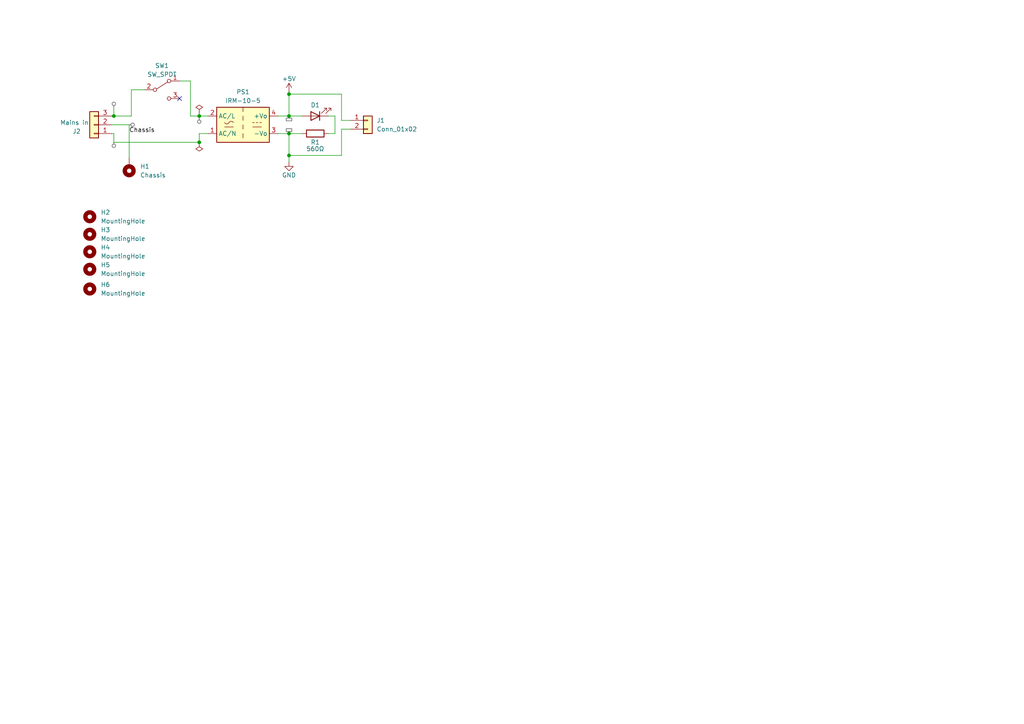
<source format=kicad_sch>
(kicad_sch (version 20230121) (generator eeschema)
  (paper "A4")
  (lib_symbols
    (symbol "Connector_Generic:Conn_01x02" (pin_names (offset 1.016) hide)
      (property "Reference" "J" (at 0 2.54 0))
      (property "Value" "Conn_01x02" (at 0 -5.08 0))
      (symbol "Conn_01x02_1_1"
        (rectangle (start -1.27 -2.413) (end 0 -2.667) (stroke (width 0.1524)))
        (rectangle (start -1.27 0.127) (end 0 -0.127) (stroke (width 0.1524)))
        (rectangle (start -1.27 1.27) (end 1.27 -3.81) (stroke (width 0.254)) (fill (type background)))
        (pin passive line (at -5.08 0 0) (length 3.81) (name "Pin_1") (number "1"))
        (pin passive line (at -5.08 -2.54 0) (length 3.81) (name "Pin_2") (number "2"))
      )
    )
    (symbol "Connector_Generic:Conn_01x03" (pin_names (offset 1.016) hide)
      (property "Reference" "J" (at 0 5.08 0))
      (property "Value" "Conn_01x03" (at 0 -5.08 0))
      (symbol "Conn_01x03_1_1"
        (rectangle (start -1.27 -2.413) (end 0 -2.667) (stroke (width 0.1524)))
        (rectangle (start -1.27 0.127) (end 0 -0.127) (stroke (width 0.1524)))
        (rectangle (start -1.27 2.667) (end 0 2.413) (stroke (width 0.1524)))
        (rectangle (start -1.27 3.81) (end 1.27 -3.81) (stroke (width 0.254)) (fill (type background)))
        (pin passive line (at -5.08 2.54 0) (length 3.81) (name "Pin_1") (number "1"))
        (pin passive line (at -5.08 0 0) (length 3.81) (name "Pin_2") (number "2"))
        (pin passive line (at -5.08 -2.54 0) (length 3.81) (name "Pin_3") (number "3"))
      )
    )
    (symbol "Converter_ACDC:IRM-10-5"
      (property "Reference" "PS" (at 0 6.35 0))
      (property "Value" "IRM-10-5" (at 0 -6.35 0))
      (symbol "IRM-10-5_0_1"
        (rectangle (start -7.62 5.08) (end 7.62 -5.08) (stroke (width 0.254)) (fill (type background)))
        (arc (start -5.334 0.635) (mid -4.699 0.2495) (end -4.064 0.635))
        (arc (start -2.794 0.635) (mid -3.429 1.0072) (end -4.064 0.635))
        (polyline (pts (xy -5.334 -0.635) (xy -2.794 -0.635)))
        (polyline (pts (xy 0 -2.54) (xy 0 -3.81)))
        (polyline (pts (xy 0 0) (xy 0 -1.27)))
        (polyline (pts (xy 0 2.54) (xy 0 1.27)))
        (polyline (pts (xy 0 5.08) (xy 0 3.81)))
        (polyline (pts (xy 2.794 -0.635) (xy 5.334 -0.635)))
        (polyline (pts (xy 2.794 0.635) (xy 3.302 0.635)))
        (polyline (pts (xy 3.81 0.635) (xy 4.318 0.635)))
        (polyline (pts (xy 4.826 0.635) (xy 5.334 0.635)))
      )
      (symbol "IRM-10-5_1_1"
        (pin power_in line (at -10.16 -2.54 0) (length 2.54) (name "AC/N") (number "1"))
        (pin power_in line (at -10.16 2.54 0) (length 2.54) (name "AC/L") (number "2"))
        (pin power_out line (at 10.16 -2.54 180) (length 2.54) (name "-Vo") (number "3"))
        (pin power_out line (at 10.16 2.54 180) (length 2.54) (name "+Vo") (number "4"))
      )
    )
    (symbol "Device:LED" (pin_numbers hide) (pin_names (offset 1.016) hide)
      (property "Reference" "D" (at 0 2.54 0))
      (property "Value" "LED" (at 0 -2.54 0))
      (symbol "LED_0_1"
        (polyline (pts (xy -1.27 -1.27) (xy -1.27 1.27)) (stroke (width 0.254)))
        (polyline (pts (xy -1.27 0) (xy 1.27 0)))
        (polyline (pts (xy 1.27 -1.27) (xy 1.27 1.27) (xy -1.27 0) (xy 1.27 -1.27)) (stroke (width 0.254)))
        (polyline (pts (xy -3.048 -0.762) (xy -4.572 -2.286) (xy -3.81 -2.286) (xy -4.572 -2.286) (xy -4.572 -1.524)))
        (polyline (pts (xy -1.778 -0.762) (xy -3.302 -2.286) (xy -2.54 -2.286) (xy -3.302 -2.286) (xy -3.302 -1.524)))
      )
      (symbol "LED_1_1"
        (pin passive line (at -3.81 0 0) (length 2.54) (name "K") (number "1"))
        (pin passive line (at 3.81 0 180) (length 2.54) (name "A") (number "2"))
      )
    )
    (symbol "Device:R" (pin_numbers hide) (pin_names (offset 0))
      (property "Reference" "R" (at 2.032 0 90))
      (property "Value" "R" (at 0 0 90))
      (symbol "R_0_1"
        (rectangle (start -1.016 -2.54) (end 1.016 2.54) (stroke (width 0.254)))
      )
      (symbol "R_1_1"
        (pin passive line (at 0 3.81 270) (length 1.27) (name "~") (number "1"))
        (pin passive line (at 0 -3.81 90) (length 1.27) (name "~") (number "2"))
      )
    )
    (symbol "Mechanical:MountingHole" (pin_names (offset 1.016))
      (property "Reference" "H" (at 0 5.08 0))
      (property "Value" "MountingHole" (at 0 3.175 0))
      (symbol "MountingHole_0_1"
        (circle (center 0 0) (radius 1.27) (stroke (width 1.27)))
      )
    )
    (symbol "Mechanical:MountingHole_Pad" (pin_numbers hide) (pin_names (offset 1.016) hide)
      (property "Reference" "H" (at 0 6.35 0))
      (property "Value" "MountingHole_Pad" (at 0 4.445 0))
      (symbol "MountingHole_Pad_0_1"
        (circle (center 0 1.27) (radius 1.27) (stroke (width 1.27)))
      )
      (symbol "MountingHole_Pad_1_1"
        (pin input line (at 0 -2.54 90) (length 2.54) (name "1") (number "1"))
      )
    )
    (symbol "Switch:SW_SPDT" (pin_names (offset 0) hide)
      (property "Reference" "SW" (at 0 4.318 0))
      (property "Value" "SW_SPDT" (at 0 -5.08 0))
      (symbol "SW_SPDT_0_0"
        (circle (center -2.032 0) (radius 0.508))
        (circle (center 2.032 -2.54) (radius 0.508))
      )
      (symbol "SW_SPDT_0_1"
        (polyline (pts (xy -1.524 0.254) (xy 1.651 2.286)))
        (circle (center 2.032 2.54) (radius 0.508))
      )
      (symbol "SW_SPDT_1_1"
        (pin passive line (at 5.08 2.54 180) (length 2.54) (name "A") (number "1"))
        (pin passive line (at -5.08 0 0) (length 2.54) (name "B") (number "2"))
        (pin passive line (at 5.08 -2.54 180) (length 2.54) (name "C") (number "3"))
      )
    )
    (symbol "power:+5V" (power) (pin_names (offset 0))
      (property "Value" "+5V" (at 0 3.556 0))
      (symbol "+5V_0_1"
        (polyline (pts (xy -0.762 1.27) (xy 0 2.54)))
        (polyline (pts (xy 0 0) (xy 0 2.54)))
        (polyline (pts (xy 0 2.54) (xy 0.762 1.27)))
      )
      (symbol "+5V_1_1"
        (pin power_in line (at 0 0 90) (length 0) hide (name "+5V") (number "1"))
      )
    )
    (symbol "power:GND" (power) (pin_names (offset 0))
      (property "Value" "GND" (at 0 -3.81 0))
      (symbol "GND_0_1"
        (polyline (pts (xy 0 0) (xy 0 -1.27) (xy 1.27 -1.27) (xy 0 -2.54) (xy -1.27 -1.27) (xy 0 -1.27)))
      )
      (symbol "GND_1_1"
        (pin power_in line (at 0 0 270) (length 0) hide (name "GND") (number "1"))
      )
    )
    (symbol "power:PWR_FLAG" (power) (pin_numbers hide) (pin_names (offset 0) hide)
      (property "Value" "PWR_FLAG" (at 0 3.81 0))
      (symbol "PWR_FLAG_0_0"
        (pin power_out line (at 0 0 90) (length 0) (name "pwr") (number "1"))
      )
      (symbol "PWR_FLAG_0_1"
        (polyline (pts (xy 0 0) (xy 0 1.27) (xy -1.016 1.905) (xy 0 2.54) (xy 1.016 1.905) (xy 0 1.27)))
      )
    )
  )
  (junction (at 57.785 33.655))
  (junction (at 33.02 33.655))
  (junction (at 83.82 38.735))
  (junction (at 83.82 27.305))
  (junction (at 83.82 45.085))
  (junction (at 83.82 33.655))
  (junction (at 57.785 41.275))
  (no_connect (at 52.07 28.575))
  (wire (pts (xy 33.02 41.275) (xy 57.785 41.275)))
  (wire (pts (xy 57.785 38.735) (xy 60.325 38.735)))
  (wire (pts (xy 32.385 38.735) (xy 33.02 38.735)))
  (wire (pts (xy 33.02 38.735) (xy 33.02 41.275)))
  (wire (pts (xy 37.465 36.195) (xy 37.465 45.72)))
  (wire (pts (xy 101.6 34.925) (xy 99.06 34.925)))
  (wire (pts (xy 83.82 27.305) (xy 83.82 26.67)))
  (wire (pts (xy 80.645 33.655) (xy 83.82 33.655)))
  (wire (pts (xy 57.785 33.655) (xy 57.785 34.29)))
  (wire (pts (xy 57.785 41.275) (xy 57.785 38.735)))
  (wire (pts (xy 33.02 33.655) (xy 33.02 31.115)))
  (wire (pts (xy 55.245 33.655) (xy 57.785 33.655)))
  (wire (pts (xy 95.25 33.655) (xy 97.155 33.655)))
  (wire (pts (xy 57.785 33.02) (xy 57.785 33.655)))
  (wire (pts (xy 101.6 37.465) (xy 99.06 37.465)))
  (wire (pts (xy 99.06 37.465) (xy 99.06 45.085)))
  (wire (pts (xy 32.385 36.195) (xy 37.465 36.195)))
  (wire (pts (xy 80.645 38.735) (xy 83.82 38.735)))
  (wire (pts (xy 99.06 27.305) (xy 83.82 27.305)))
  (wire (pts (xy 38.1 26.035) (xy 41.91 26.035)))
  (wire (pts (xy 83.82 38.735) (xy 83.82 45.085)))
  (wire (pts (xy 32.385 33.655) (xy 33.02 33.655)))
  (wire (pts (xy 97.155 38.735) (xy 95.25 38.735)))
  (wire (pts (xy 97.155 33.655) (xy 97.155 38.735)))
  (wire (pts (xy 55.245 23.495) (xy 55.245 33.655)))
  (wire (pts (xy 83.82 33.655) (xy 83.82 27.305)))
  (wire (pts (xy 52.07 23.495) (xy 55.245 23.495)))
  (wire (pts (xy 83.82 33.655) (xy 87.63 33.655)))
  (wire (pts (xy 99.06 45.085) (xy 83.82 45.085)))
  (wire (pts (xy 99.06 34.925) (xy 99.06 27.305)))
  (wire (pts (xy 87.63 38.735) (xy 83.82 38.735)))
  (wire (pts (xy 57.785 33.655) (xy 60.325 33.655)))
  (wire (pts (xy 38.1 33.655) (xy 38.1 26.035)))
  (wire (pts (xy 33.02 33.655) (xy 38.1 33.655)))
  (wire (pts (xy 83.82 45.085) (xy 83.82 46.99)))
  (label "Chassis" (at 37.465 38.735 0))
  (netclass_flag "" (length 1) (shape rectangle) (at 83.82 33.655 180) (property "Netclass" "Power" (effects hide)))
  (netclass_flag "" (length 1) (shape round) (at 37.465 36.195 270) (property "Netclass" "Mains" (effects hide)))
  (netclass_flag "" (length 1) (shape rectangle) (at 83.82 38.735 0) (property "Netclass" "Power" (effects hide)))
  (netclass_flag "" (length 1) (shape round) (at 57.785 34.29 180) (property "Netclass" "Mains" (effects hide)))
  (netclass_flag "" (length 1) (shape round) (at 33.02 31.115 0) (property "Netclass" "Mains" (effects hide)))
  (netclass_flag "" (length 1) (shape round) (at 33.02 41.275 180) (property "Netclass" "Mains" (effects hide)))
  (symbol (lib_id "Mechanical:MountingHole") (at 26.035 73.025 0) (unit 1)
    (property "Reference" "H4" (at 29.21 71.755 0) (effects (justify left)))
    (property "Value" "MountingHole" (at 29.21 74.295 0) (effects (justify left)))
    (property "Footprint" "MountingHole:MountingHole_3.2mm_M3" (effects hide))
  )
  (symbol (lib_id "Device:LED") (at 91.44 33.655 180) (unit 1)
    (property "Reference" "D1" (at 91.44 30.48 0))
    (property "Value" "LED" (effects hide))
    (property "Footprint" "myDevices:LED_Everlight_Side_1x2.1mm" (effects hide))
  )
  (symbol (lib_id "Connector_Generic:Conn_01x03") (at 27.305 36.195 180) (unit 1)
    (property "Reference" "J2" (at 22.225 38.1 0))
    (property "Value" "Mains in" (at 21.59 35.56 0))
    (property "Footprint" "myDevices:TerminalBlock_LCSC_P5.08mm_3" (effects hide))
  )
  (symbol (lib_id "Mechanical:MountingHole_Pad") (at 37.465 48.26 180) (unit 1)
    (property "Reference" "H1" (at 40.64 48.26 0) (effects (justify right)))
    (property "Value" "Chassis" (at 40.64 50.8 0) (effects (justify right)))
    (property "Footprint" "MountingHole:MountingHole_4.3mm_M4_Pad_Via" (effects hide))
  )
  (symbol (lib_id "power:GND") (at 83.82 46.99 0) (unit 1)
    (property "Reference" "#PWR02" (effects hide))
    (property "Value" "GND" (at 83.82 50.8 0))
  )
  (symbol (lib_id "Device:R") (at 91.44 38.735 270) (unit 1)
    (property "Reference" "R1" (at 91.44 41.275 90))
    (property "Value" "560Ω" (at 91.44 43.18 90))
    (property "Footprint" "Resistor_SMD:R_0805_2012Metric_Pad1.20x1.40mm_HandSolder" (effects hide))
  )
  (symbol (lib_id "Mechanical:MountingHole") (at 26.035 62.865 0) (unit 1)
    (property "Reference" "H2" (at 29.21 61.595 0) (effects (justify left)))
    (property "Value" "MountingHole" (at 29.21 64.135 0) (effects (justify left)))
    (property "Footprint" "MountingHole:MountingHole_3.2mm_M3" (effects hide))
  )
  (symbol (lib_id "Mechanical:MountingHole") (at 26.035 83.82 0) (unit 1)
    (property "Reference" "H6" (at 29.21 82.55 0) (effects (justify left)))
    (property "Value" "MountingHole" (at 29.21 85.09 0) (effects (justify left)))
    (property "Footprint" "MountingHole:MountingHole_3.2mm_M3" (effects hide))
  )
  (symbol (lib_id "power:PWR_FLAG") (at 57.785 33.02 0) (unit 1)
    (property "Reference" "#FLG01" (effects hide))
    (property "Value" "PWR_FLAG" (effects hide))
  )
  (symbol (lib_id "power:+5V") (at 83.82 26.67 0) (unit 1)
    (property "Reference" "#PWR01" (effects hide))
    (property "Value" "+5V" (at 83.82 22.86 0))
  )
  (symbol (lib_id "Connector_Generic:Conn_01x02") (at 106.68 34.925 0) (unit 1)
    (property "Reference" "J1" (at 109.22 34.925 0) (effects (justify left)))
    (property "Value" "Conn_01x02" (at 109.22 37.465 0) (effects (justify left)))
    (property "Footprint" "myDevices:KF2510-2P" (effects hide))
  )
  (symbol (lib_id "Switch:SW_SPDT") (at 46.99 26.035 0) (unit 1)
    (property "Reference" "SW1" (at 46.99 19.05 0))
    (property "Value" "SW_SPDT" (at 46.99 21.59 0))
    (property "Footprint" "myDevices:1101M2S3ABE2" (effects hide))
  )
  (symbol (lib_id "Mechanical:MountingHole") (at 26.035 67.945 0) (unit 1)
    (property "Reference" "H3" (at 29.21 66.675 0) (effects (justify left)))
    (property "Value" "MountingHole" (at 29.21 69.215 0) (effects (justify left)))
    (property "Footprint" "MountingHole:MountingHole_3.2mm_M3" (effects hide))
  )
  (symbol (lib_id "Converter_ACDC:IRM-10-5") (at 70.485 36.195 0) (unit 1)
    (property "Reference" "PS1" (at 70.485 26.67 0))
    (property "Value" "IRM-10-5" (at 70.485 29.21 0))
    (property "Footprint" "myDevices:Converter_ACDC_MeanWell_IRM-10-xx_THT" (effects hide))
    (property "Datasheet" "https://www.meanwell.com/Upload/PDF/IRM-10/IRM-10-SPEC.PDF" (effects hide))
  )
  (symbol (lib_id "Mechanical:MountingHole") (at 26.035 78.105 0) (unit 1)
    (property "Reference" "H5" (at 29.21 76.835 0) (effects (justify left)))
    (property "Value" "MountingHole" (at 29.21 79.375 0) (effects (justify left)))
    (property "Footprint" "MountingHole:MountingHole_3.2mm_M3" (effects hide))
  )
  (symbol (lib_id "power:PWR_FLAG") (at 57.785 41.275 180) (unit 1)
    (property "Reference" "#FLG02" (effects hide))
    (property "Value" "PWR_FLAG" (effects hide))
  )
)
</source>
